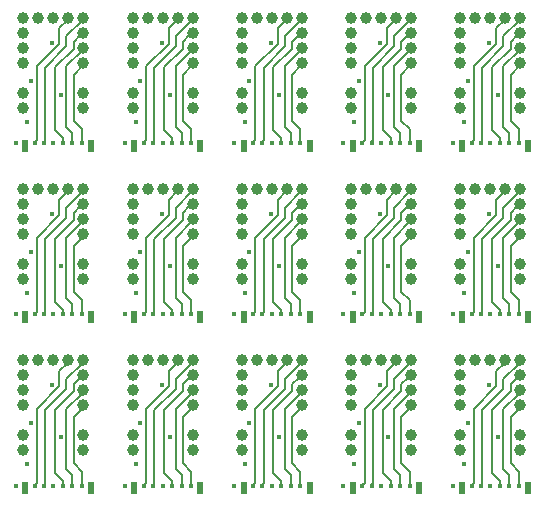
<source format=gbl>
G04*
G04 #@! TF.GenerationSoftware,Altium Limited,Altium Designer,21.5.1 (32)*
G04*
G04 Layer_Physical_Order=4*
G04 Layer_Color=16711680*
%FSLAX25Y25*%
%MOIN*%
G70*
G04*
G04 #@! TF.SameCoordinates,71E6ED38-6368-4ADE-B46C-8FBAD5B099F3*
G04*
G04*
G04 #@! TF.FilePolarity,Positive*
G04*
G01*
G75*
%ADD12R,0.02362X0.03937*%
%ADD19C,0.03937*%
%ADD20C,0.01772*%
%ADD21C,0.00787*%
D12*
X38189Y19685D02*
D03*
X16142D02*
D03*
X74606D02*
D03*
X52559D02*
D03*
X111024D02*
D03*
X88976D02*
D03*
X147441D02*
D03*
X125394D02*
D03*
X183858D02*
D03*
X161811D02*
D03*
X38189Y76772D02*
D03*
X16142D02*
D03*
X74606D02*
D03*
X52559D02*
D03*
X111024D02*
D03*
X88976D02*
D03*
X147441D02*
D03*
X125394D02*
D03*
X183858D02*
D03*
X161811D02*
D03*
X38189Y133858D02*
D03*
X16142D02*
D03*
X74606D02*
D03*
X52559D02*
D03*
X111024D02*
D03*
X88976D02*
D03*
X147441D02*
D03*
X125394D02*
D03*
X183858D02*
D03*
X161811D02*
D03*
D19*
X15590Y62244D02*
D03*
X30591D02*
D03*
X25591D02*
D03*
X20591D02*
D03*
X15590Y57244D02*
D03*
Y52244D02*
D03*
Y47244D02*
D03*
Y37244D02*
D03*
Y32244D02*
D03*
X35591D02*
D03*
Y37244D02*
D03*
Y47244D02*
D03*
Y52244D02*
D03*
Y57244D02*
D03*
Y62244D02*
D03*
X52008D02*
D03*
X67008D02*
D03*
X62008D02*
D03*
X57008D02*
D03*
X52008Y57244D02*
D03*
Y52244D02*
D03*
Y47244D02*
D03*
Y37244D02*
D03*
Y32244D02*
D03*
X72008D02*
D03*
Y37244D02*
D03*
Y47244D02*
D03*
Y52244D02*
D03*
Y57244D02*
D03*
Y62244D02*
D03*
X88425D02*
D03*
X103425D02*
D03*
X98425D02*
D03*
X93425D02*
D03*
X88425Y57244D02*
D03*
Y52244D02*
D03*
Y47244D02*
D03*
Y37244D02*
D03*
Y32244D02*
D03*
X108425D02*
D03*
Y37244D02*
D03*
Y47244D02*
D03*
Y52244D02*
D03*
Y57244D02*
D03*
Y62244D02*
D03*
X124843D02*
D03*
X139842D02*
D03*
X134843D02*
D03*
X129842D02*
D03*
X124843Y57244D02*
D03*
Y52244D02*
D03*
Y47244D02*
D03*
Y37244D02*
D03*
Y32244D02*
D03*
X144843D02*
D03*
Y37244D02*
D03*
Y47244D02*
D03*
Y52244D02*
D03*
Y57244D02*
D03*
Y62244D02*
D03*
X161260D02*
D03*
X176260D02*
D03*
X171260D02*
D03*
X166260D02*
D03*
X161260Y57244D02*
D03*
Y52244D02*
D03*
Y47244D02*
D03*
Y37244D02*
D03*
Y32244D02*
D03*
X181260D02*
D03*
Y37244D02*
D03*
Y47244D02*
D03*
Y52244D02*
D03*
Y57244D02*
D03*
Y62244D02*
D03*
X15590Y119331D02*
D03*
X30591D02*
D03*
X25591D02*
D03*
X20591D02*
D03*
X15590Y114331D02*
D03*
Y109331D02*
D03*
Y104331D02*
D03*
Y94331D02*
D03*
Y89331D02*
D03*
X35591D02*
D03*
Y94331D02*
D03*
Y104331D02*
D03*
Y109331D02*
D03*
Y114331D02*
D03*
Y119331D02*
D03*
X52008D02*
D03*
X67008D02*
D03*
X62008D02*
D03*
X57008D02*
D03*
X52008Y114331D02*
D03*
Y109331D02*
D03*
Y104331D02*
D03*
Y94331D02*
D03*
Y89331D02*
D03*
X72008D02*
D03*
Y94331D02*
D03*
Y104331D02*
D03*
Y109331D02*
D03*
Y114331D02*
D03*
Y119331D02*
D03*
X88425D02*
D03*
X103425D02*
D03*
X98425D02*
D03*
X93425D02*
D03*
X88425Y114331D02*
D03*
Y109331D02*
D03*
Y104331D02*
D03*
Y94331D02*
D03*
Y89331D02*
D03*
X108425D02*
D03*
Y94331D02*
D03*
Y104331D02*
D03*
Y109331D02*
D03*
Y114331D02*
D03*
Y119331D02*
D03*
X124843D02*
D03*
X139842D02*
D03*
X134843D02*
D03*
X129842D02*
D03*
X124843Y114331D02*
D03*
Y109331D02*
D03*
Y104331D02*
D03*
Y94331D02*
D03*
Y89331D02*
D03*
X144843D02*
D03*
Y94331D02*
D03*
Y104331D02*
D03*
Y109331D02*
D03*
Y114331D02*
D03*
Y119331D02*
D03*
X161260D02*
D03*
X176260D02*
D03*
X171260D02*
D03*
X166260D02*
D03*
X161260Y114331D02*
D03*
Y109331D02*
D03*
Y104331D02*
D03*
Y94331D02*
D03*
Y89331D02*
D03*
X181260D02*
D03*
Y94331D02*
D03*
Y104331D02*
D03*
Y109331D02*
D03*
Y114331D02*
D03*
Y119331D02*
D03*
X15590Y176417D02*
D03*
X30591D02*
D03*
X25591D02*
D03*
X20591D02*
D03*
X15590Y171417D02*
D03*
Y166417D02*
D03*
Y161417D02*
D03*
Y151417D02*
D03*
Y146417D02*
D03*
X35591D02*
D03*
Y151417D02*
D03*
Y161417D02*
D03*
Y166417D02*
D03*
Y171417D02*
D03*
Y176417D02*
D03*
X52008D02*
D03*
X67008D02*
D03*
X62008D02*
D03*
X57008D02*
D03*
X52008Y171417D02*
D03*
Y166417D02*
D03*
Y161417D02*
D03*
Y151417D02*
D03*
Y146417D02*
D03*
X72008D02*
D03*
Y151417D02*
D03*
Y161417D02*
D03*
Y166417D02*
D03*
Y171417D02*
D03*
Y176417D02*
D03*
X88425D02*
D03*
X103425D02*
D03*
X98425D02*
D03*
X93425D02*
D03*
X88425Y171417D02*
D03*
Y166417D02*
D03*
Y161417D02*
D03*
Y151417D02*
D03*
Y146417D02*
D03*
X108425D02*
D03*
Y151417D02*
D03*
Y161417D02*
D03*
Y166417D02*
D03*
Y171417D02*
D03*
Y176417D02*
D03*
X124843D02*
D03*
X139842D02*
D03*
X134843D02*
D03*
X129842D02*
D03*
X124843Y171417D02*
D03*
Y166417D02*
D03*
Y161417D02*
D03*
Y151417D02*
D03*
Y146417D02*
D03*
X144843D02*
D03*
Y151417D02*
D03*
Y161417D02*
D03*
Y166417D02*
D03*
Y171417D02*
D03*
Y176417D02*
D03*
X161260D02*
D03*
X176260D02*
D03*
X171260D02*
D03*
X166260D02*
D03*
X161260Y171417D02*
D03*
Y166417D02*
D03*
Y161417D02*
D03*
Y151417D02*
D03*
Y146417D02*
D03*
X181260D02*
D03*
Y151417D02*
D03*
Y161417D02*
D03*
Y166417D02*
D03*
Y171417D02*
D03*
Y176417D02*
D03*
D20*
X12992Y20472D02*
D03*
X25591D02*
D03*
X38189D02*
D03*
X16634Y27559D02*
D03*
X25197Y53937D02*
D03*
X27953Y36614D02*
D03*
X18110Y41339D02*
D03*
X16142Y20472D02*
D03*
X19291D02*
D03*
X22441D02*
D03*
X28740D02*
D03*
X31890D02*
D03*
X35039D02*
D03*
X49409D02*
D03*
X62008D02*
D03*
X74606D02*
D03*
X53051Y27559D02*
D03*
X61614Y53937D02*
D03*
X64370Y36614D02*
D03*
X54528Y41339D02*
D03*
X52559Y20472D02*
D03*
X55709D02*
D03*
X58858D02*
D03*
X65158D02*
D03*
X68307D02*
D03*
X71457D02*
D03*
X85827D02*
D03*
X98425D02*
D03*
X111024D02*
D03*
X89468Y27559D02*
D03*
X98032Y53937D02*
D03*
X100787Y36614D02*
D03*
X90945Y41339D02*
D03*
X88976Y20472D02*
D03*
X92126D02*
D03*
X95276D02*
D03*
X101575D02*
D03*
X104724D02*
D03*
X107874D02*
D03*
X122244D02*
D03*
X134843D02*
D03*
X147441D02*
D03*
X125886Y27559D02*
D03*
X134449Y53937D02*
D03*
X137205Y36614D02*
D03*
X127362Y41339D02*
D03*
X125394Y20472D02*
D03*
X128543D02*
D03*
X131693D02*
D03*
X137992D02*
D03*
X141142D02*
D03*
X144291D02*
D03*
X158661D02*
D03*
X171260D02*
D03*
X183858D02*
D03*
X162303Y27559D02*
D03*
X170866Y53937D02*
D03*
X173622Y36614D02*
D03*
X163779Y41339D02*
D03*
X161811Y20472D02*
D03*
X164961D02*
D03*
X168110D02*
D03*
X174409D02*
D03*
X177559D02*
D03*
X180709D02*
D03*
X12992Y77559D02*
D03*
X25591D02*
D03*
X38189D02*
D03*
X16634Y84646D02*
D03*
X25197Y111024D02*
D03*
X27953Y93701D02*
D03*
X18110Y98425D02*
D03*
X16142Y77559D02*
D03*
X19291D02*
D03*
X22441D02*
D03*
X28740D02*
D03*
X31890D02*
D03*
X35039D02*
D03*
X49409D02*
D03*
X62008D02*
D03*
X74606D02*
D03*
X53051Y84646D02*
D03*
X61614Y111024D02*
D03*
X64370Y93701D02*
D03*
X54528Y98425D02*
D03*
X52559Y77559D02*
D03*
X55709D02*
D03*
X58858D02*
D03*
X65158D02*
D03*
X68307D02*
D03*
X71457D02*
D03*
X85827D02*
D03*
X98425D02*
D03*
X111024D02*
D03*
X89468Y84646D02*
D03*
X98032Y111024D02*
D03*
X100787Y93701D02*
D03*
X90945Y98425D02*
D03*
X88976Y77559D02*
D03*
X92126D02*
D03*
X95276D02*
D03*
X101575D02*
D03*
X104724D02*
D03*
X107874D02*
D03*
X122244D02*
D03*
X134843D02*
D03*
X147441D02*
D03*
X125886Y84646D02*
D03*
X134449Y111024D02*
D03*
X137205Y93701D02*
D03*
X127362Y98425D02*
D03*
X125394Y77559D02*
D03*
X128543D02*
D03*
X131693D02*
D03*
X137992D02*
D03*
X141142D02*
D03*
X144291D02*
D03*
X158661D02*
D03*
X171260D02*
D03*
X183858D02*
D03*
X162303Y84646D02*
D03*
X170866Y111024D02*
D03*
X173622Y93701D02*
D03*
X163779Y98425D02*
D03*
X161811Y77559D02*
D03*
X164961D02*
D03*
X168110D02*
D03*
X174409D02*
D03*
X177559D02*
D03*
X180709D02*
D03*
X12992Y134646D02*
D03*
X25591D02*
D03*
X38189D02*
D03*
X16634Y141732D02*
D03*
X25197Y168110D02*
D03*
X27953Y150787D02*
D03*
X18110Y155512D02*
D03*
X16142Y134646D02*
D03*
X19291D02*
D03*
X22441D02*
D03*
X28740D02*
D03*
X31890D02*
D03*
X35039D02*
D03*
X49409D02*
D03*
X62008D02*
D03*
X74606D02*
D03*
X53051Y141732D02*
D03*
X61614Y168110D02*
D03*
X64370Y150787D02*
D03*
X54528Y155512D02*
D03*
X52559Y134646D02*
D03*
X55709D02*
D03*
X58858D02*
D03*
X65158D02*
D03*
X68307D02*
D03*
X71457D02*
D03*
X85827D02*
D03*
X98425D02*
D03*
X111024D02*
D03*
X89468Y141732D02*
D03*
X98032Y168110D02*
D03*
X100787Y150787D02*
D03*
X90945Y155512D02*
D03*
X88976Y134646D02*
D03*
X92126D02*
D03*
X95276D02*
D03*
X101575D02*
D03*
X104724D02*
D03*
X107874D02*
D03*
X122244D02*
D03*
X134843D02*
D03*
X147441D02*
D03*
X125886Y141732D02*
D03*
X134449Y168110D02*
D03*
X137205Y150787D02*
D03*
X127362Y155512D02*
D03*
X125394Y134646D02*
D03*
X128543D02*
D03*
X131693D02*
D03*
X137992D02*
D03*
X141142D02*
D03*
X144291D02*
D03*
X158661D02*
D03*
X171260D02*
D03*
X183858D02*
D03*
X162303Y141732D02*
D03*
X170866Y168110D02*
D03*
X173622Y150787D02*
D03*
X163779Y155512D02*
D03*
X161811Y134646D02*
D03*
X164961D02*
D03*
X168110D02*
D03*
X174409D02*
D03*
X177559D02*
D03*
X180709D02*
D03*
D21*
X20079Y46063D02*
X27559Y53543D01*
Y58701D02*
X30354Y61496D01*
X27559Y53543D02*
Y58701D01*
X26083Y45768D02*
X32283Y51968D01*
Y54331D02*
X34449Y56496D01*
X32283Y51968D02*
Y54331D01*
X34449Y56496D02*
X35354D01*
X28740Y20472D02*
Y22047D01*
X26083Y24705D02*
Y45768D01*
Y24705D02*
X28740Y22047D01*
X29921Y25984D02*
X31890Y24016D01*
Y20472D02*
Y24016D01*
X29921Y25984D02*
Y46063D01*
X32283Y27953D02*
Y43307D01*
Y27953D02*
X35039Y25197D01*
Y20472D02*
Y25197D01*
X35354Y46378D02*
Y46496D01*
X32283Y43307D02*
X35354Y46378D01*
X29921Y46063D02*
X35354Y51496D01*
X29921Y56063D02*
X35354Y61496D01*
X29921Y52769D02*
Y56063D01*
X22835Y45682D02*
X29921Y52769D01*
X22835Y21426D02*
Y45682D01*
X22629Y21220D02*
X22835Y21426D01*
X22629Y20661D02*
Y21220D01*
X22441Y20472D02*
X22629Y20661D01*
X20079Y21426D02*
Y46063D01*
X19291Y20638D02*
X20079Y21426D01*
X19291Y20472D02*
Y20638D01*
X56496Y46063D02*
X63976Y53543D01*
Y58701D02*
X66772Y61496D01*
X63976Y53543D02*
Y58701D01*
X62500Y45768D02*
X68701Y51968D01*
Y54331D02*
X70866Y56496D01*
X68701Y51968D02*
Y54331D01*
X70866Y56496D02*
X71772D01*
X65158Y20472D02*
Y22047D01*
X62500Y24705D02*
Y45768D01*
Y24705D02*
X65158Y22047D01*
X66339Y25984D02*
X68307Y24016D01*
Y20472D02*
Y24016D01*
X66339Y25984D02*
Y46063D01*
X68701Y27953D02*
Y43307D01*
Y27953D02*
X71457Y25197D01*
Y20472D02*
Y25197D01*
X71772Y46378D02*
Y46496D01*
X68701Y43307D02*
X71772Y46378D01*
X66339Y46063D02*
X71772Y51496D01*
X66339Y56063D02*
X71772Y61496D01*
X66339Y52769D02*
Y56063D01*
X59252Y45682D02*
X66339Y52769D01*
X59252Y21426D02*
Y45682D01*
X59047Y21220D02*
X59252Y21426D01*
X59047Y20661D02*
Y21220D01*
X58858Y20472D02*
X59047Y20661D01*
X56496Y21426D02*
Y46063D01*
X55709Y20638D02*
X56496Y21426D01*
X55709Y20472D02*
Y20638D01*
X92913Y46063D02*
X100394Y53543D01*
Y58701D02*
X103189Y61496D01*
X100394Y53543D02*
Y58701D01*
X98917Y45768D02*
X105118Y51968D01*
Y54331D02*
X107283Y56496D01*
X105118Y51968D02*
Y54331D01*
X107283Y56496D02*
X108189D01*
X101575Y20472D02*
Y22047D01*
X98917Y24705D02*
Y45768D01*
Y24705D02*
X101575Y22047D01*
X102756Y25984D02*
X104724Y24016D01*
Y20472D02*
Y24016D01*
X102756Y25984D02*
Y46063D01*
X105118Y27953D02*
Y43307D01*
Y27953D02*
X107874Y25197D01*
Y20472D02*
Y25197D01*
X108189Y46378D02*
Y46496D01*
X105118Y43307D02*
X108189Y46378D01*
X102756Y46063D02*
X108189Y51496D01*
X102756Y56063D02*
X108189Y61496D01*
X102756Y52769D02*
Y56063D01*
X95669Y45682D02*
X102756Y52769D01*
X95669Y21426D02*
Y45682D01*
X95464Y21220D02*
X95669Y21426D01*
X95464Y20661D02*
Y21220D01*
X95276Y20472D02*
X95464Y20661D01*
X92913Y21426D02*
Y46063D01*
X92126Y20638D02*
X92913Y21426D01*
X92126Y20472D02*
Y20638D01*
X129331Y46063D02*
X136811Y53543D01*
Y58701D02*
X139606Y61496D01*
X136811Y53543D02*
Y58701D01*
X135335Y45768D02*
X141535Y51968D01*
Y54331D02*
X143701Y56496D01*
X141535Y51968D02*
Y54331D01*
X143701Y56496D02*
X144606D01*
X137992Y20472D02*
Y22047D01*
X135335Y24705D02*
Y45768D01*
Y24705D02*
X137992Y22047D01*
X139173Y25984D02*
X141142Y24016D01*
Y20472D02*
Y24016D01*
X139173Y25984D02*
Y46063D01*
X141535Y27953D02*
Y43307D01*
Y27953D02*
X144291Y25197D01*
Y20472D02*
Y25197D01*
X144606Y46378D02*
Y46496D01*
X141535Y43307D02*
X144606Y46378D01*
X139173Y46063D02*
X144606Y51496D01*
X139173Y56063D02*
X144606Y61496D01*
X139173Y52769D02*
Y56063D01*
X132087Y45682D02*
X139173Y52769D01*
X132087Y21426D02*
Y45682D01*
X131881Y21220D02*
X132087Y21426D01*
X131881Y20661D02*
Y21220D01*
X131693Y20472D02*
X131881Y20661D01*
X129331Y21426D02*
Y46063D01*
X128543Y20638D02*
X129331Y21426D01*
X128543Y20472D02*
Y20638D01*
X165748Y46063D02*
X173228Y53543D01*
Y58701D02*
X176024Y61496D01*
X173228Y53543D02*
Y58701D01*
X171752Y45768D02*
X177953Y51968D01*
Y54331D02*
X180118Y56496D01*
X177953Y51968D02*
Y54331D01*
X180118Y56496D02*
X181024D01*
X174409Y20472D02*
Y22047D01*
X171752Y24705D02*
Y45768D01*
Y24705D02*
X174409Y22047D01*
X175591Y25984D02*
X177559Y24016D01*
Y20472D02*
Y24016D01*
X175591Y25984D02*
Y46063D01*
X177953Y27953D02*
Y43307D01*
Y27953D02*
X180709Y25197D01*
Y20472D02*
Y25197D01*
X181024Y46378D02*
Y46496D01*
X177953Y43307D02*
X181024Y46378D01*
X175591Y46063D02*
X181024Y51496D01*
X175591Y56063D02*
X181024Y61496D01*
X175591Y52769D02*
Y56063D01*
X168504Y45682D02*
X175591Y52769D01*
X168504Y21426D02*
Y45682D01*
X168299Y21220D02*
X168504Y21426D01*
X168299Y20661D02*
Y21220D01*
X168110Y20472D02*
X168299Y20661D01*
X165748Y21426D02*
Y46063D01*
X164961Y20638D02*
X165748Y21426D01*
X164961Y20472D02*
Y20638D01*
X20079Y103150D02*
X27559Y110630D01*
Y115787D02*
X30354Y118583D01*
X27559Y110630D02*
Y115787D01*
X26083Y102854D02*
X32283Y109055D01*
Y111417D02*
X34449Y113583D01*
X32283Y109055D02*
Y111417D01*
X34449Y113583D02*
X35354D01*
X28740Y77559D02*
Y79134D01*
X26083Y81791D02*
Y102854D01*
Y81791D02*
X28740Y79134D01*
X29921Y83071D02*
X31890Y81102D01*
Y77559D02*
Y81102D01*
X29921Y83071D02*
Y103150D01*
X32283Y85039D02*
Y100394D01*
Y85039D02*
X35039Y82284D01*
Y77559D02*
Y82284D01*
X35354Y103465D02*
Y103583D01*
X32283Y100394D02*
X35354Y103465D01*
X29921Y103150D02*
X35354Y108583D01*
X29921Y113150D02*
X35354Y118583D01*
X29921Y109855D02*
Y113150D01*
X22835Y102769D02*
X29921Y109855D01*
X22835Y78513D02*
Y102769D01*
X22629Y78307D02*
X22835Y78513D01*
X22629Y77747D02*
Y78307D01*
X22441Y77559D02*
X22629Y77747D01*
X20079Y78513D02*
Y103150D01*
X19291Y77725D02*
X20079Y78513D01*
X19291Y77559D02*
Y77725D01*
X56496Y103150D02*
X63976Y110630D01*
Y115787D02*
X66772Y118583D01*
X63976Y110630D02*
Y115787D01*
X62500Y102854D02*
X68701Y109055D01*
Y111417D02*
X70866Y113583D01*
X68701Y109055D02*
Y111417D01*
X70866Y113583D02*
X71772D01*
X65158Y77559D02*
Y79134D01*
X62500Y81791D02*
Y102854D01*
Y81791D02*
X65158Y79134D01*
X66339Y83071D02*
X68307Y81102D01*
Y77559D02*
Y81102D01*
X66339Y83071D02*
Y103150D01*
X68701Y85039D02*
Y100394D01*
Y85039D02*
X71457Y82284D01*
Y77559D02*
Y82284D01*
X71772Y103465D02*
Y103583D01*
X68701Y100394D02*
X71772Y103465D01*
X66339Y103150D02*
X71772Y108583D01*
X66339Y113150D02*
X71772Y118583D01*
X66339Y109855D02*
Y113150D01*
X59252Y102769D02*
X66339Y109855D01*
X59252Y78513D02*
Y102769D01*
X59047Y78307D02*
X59252Y78513D01*
X59047Y77747D02*
Y78307D01*
X58858Y77559D02*
X59047Y77747D01*
X56496Y78513D02*
Y103150D01*
X55709Y77725D02*
X56496Y78513D01*
X55709Y77559D02*
Y77725D01*
X92913Y103150D02*
X100394Y110630D01*
Y115787D02*
X103189Y118583D01*
X100394Y110630D02*
Y115787D01*
X98917Y102854D02*
X105118Y109055D01*
Y111417D02*
X107283Y113583D01*
X105118Y109055D02*
Y111417D01*
X107283Y113583D02*
X108189D01*
X101575Y77559D02*
Y79134D01*
X98917Y81791D02*
Y102854D01*
Y81791D02*
X101575Y79134D01*
X102756Y83071D02*
X104724Y81102D01*
Y77559D02*
Y81102D01*
X102756Y83071D02*
Y103150D01*
X105118Y85039D02*
Y100394D01*
Y85039D02*
X107874Y82284D01*
Y77559D02*
Y82284D01*
X108189Y103465D02*
Y103583D01*
X105118Y100394D02*
X108189Y103465D01*
X102756Y103150D02*
X108189Y108583D01*
X102756Y113150D02*
X108189Y118583D01*
X102756Y109855D02*
Y113150D01*
X95669Y102769D02*
X102756Y109855D01*
X95669Y78513D02*
Y102769D01*
X95464Y78307D02*
X95669Y78513D01*
X95464Y77747D02*
Y78307D01*
X95276Y77559D02*
X95464Y77747D01*
X92913Y78513D02*
Y103150D01*
X92126Y77725D02*
X92913Y78513D01*
X92126Y77559D02*
Y77725D01*
X129331Y103150D02*
X136811Y110630D01*
Y115787D02*
X139606Y118583D01*
X136811Y110630D02*
Y115787D01*
X135335Y102854D02*
X141535Y109055D01*
Y111417D02*
X143701Y113583D01*
X141535Y109055D02*
Y111417D01*
X143701Y113583D02*
X144606D01*
X137992Y77559D02*
Y79134D01*
X135335Y81791D02*
Y102854D01*
Y81791D02*
X137992Y79134D01*
X139173Y83071D02*
X141142Y81102D01*
Y77559D02*
Y81102D01*
X139173Y83071D02*
Y103150D01*
X141535Y85039D02*
Y100394D01*
Y85039D02*
X144291Y82284D01*
Y77559D02*
Y82284D01*
X144606Y103465D02*
Y103583D01*
X141535Y100394D02*
X144606Y103465D01*
X139173Y103150D02*
X144606Y108583D01*
X139173Y113150D02*
X144606Y118583D01*
X139173Y109855D02*
Y113150D01*
X132087Y102769D02*
X139173Y109855D01*
X132087Y78513D02*
Y102769D01*
X131881Y78307D02*
X132087Y78513D01*
X131881Y77747D02*
Y78307D01*
X131693Y77559D02*
X131881Y77747D01*
X129331Y78513D02*
Y103150D01*
X128543Y77725D02*
X129331Y78513D01*
X128543Y77559D02*
Y77725D01*
X165748Y103150D02*
X173228Y110630D01*
Y115787D02*
X176024Y118583D01*
X173228Y110630D02*
Y115787D01*
X171752Y102854D02*
X177953Y109055D01*
Y111417D02*
X180118Y113583D01*
X177953Y109055D02*
Y111417D01*
X180118Y113583D02*
X181024D01*
X174409Y77559D02*
Y79134D01*
X171752Y81791D02*
Y102854D01*
Y81791D02*
X174409Y79134D01*
X175591Y83071D02*
X177559Y81102D01*
Y77559D02*
Y81102D01*
X175591Y83071D02*
Y103150D01*
X177953Y85039D02*
Y100394D01*
Y85039D02*
X180709Y82284D01*
Y77559D02*
Y82284D01*
X181024Y103465D02*
Y103583D01*
X177953Y100394D02*
X181024Y103465D01*
X175591Y103150D02*
X181024Y108583D01*
X175591Y113150D02*
X181024Y118583D01*
X175591Y109855D02*
Y113150D01*
X168504Y102769D02*
X175591Y109855D01*
X168504Y78513D02*
Y102769D01*
X168299Y78307D02*
X168504Y78513D01*
X168299Y77747D02*
Y78307D01*
X168110Y77559D02*
X168299Y77747D01*
X165748Y78513D02*
Y103150D01*
X164961Y77725D02*
X165748Y78513D01*
X164961Y77559D02*
Y77725D01*
X20079Y160236D02*
X27559Y167717D01*
Y172874D02*
X30354Y175669D01*
X27559Y167717D02*
Y172874D01*
X26083Y159941D02*
X32283Y166142D01*
Y168504D02*
X34449Y170669D01*
X32283Y166142D02*
Y168504D01*
X34449Y170669D02*
X35354D01*
X28740Y134646D02*
Y136221D01*
X26083Y138878D02*
Y159941D01*
Y138878D02*
X28740Y136221D01*
X29921Y140157D02*
X31890Y138189D01*
Y134646D02*
Y138189D01*
X29921Y140157D02*
Y160236D01*
X32283Y142126D02*
Y157480D01*
Y142126D02*
X35039Y139370D01*
Y134646D02*
Y139370D01*
X35354Y160551D02*
Y160669D01*
X32283Y157480D02*
X35354Y160551D01*
X29921Y160236D02*
X35354Y165669D01*
X29921Y170236D02*
X35354Y175669D01*
X29921Y166942D02*
Y170236D01*
X22835Y159855D02*
X29921Y166942D01*
X22835Y135599D02*
Y159855D01*
X22629Y135394D02*
X22835Y135599D01*
X22629Y134834D02*
Y135394D01*
X22441Y134646D02*
X22629Y134834D01*
X20079Y135599D02*
Y160236D01*
X19291Y134812D02*
X20079Y135599D01*
X19291Y134646D02*
Y134812D01*
X56496Y160236D02*
X63976Y167717D01*
Y172874D02*
X66772Y175669D01*
X63976Y167717D02*
Y172874D01*
X62500Y159941D02*
X68701Y166142D01*
Y168504D02*
X70866Y170669D01*
X68701Y166142D02*
Y168504D01*
X70866Y170669D02*
X71772D01*
X65158Y134646D02*
Y136221D01*
X62500Y138878D02*
Y159941D01*
Y138878D02*
X65158Y136221D01*
X66339Y140157D02*
X68307Y138189D01*
Y134646D02*
Y138189D01*
X66339Y140157D02*
Y160236D01*
X68701Y142126D02*
Y157480D01*
Y142126D02*
X71457Y139370D01*
Y134646D02*
Y139370D01*
X71772Y160551D02*
Y160669D01*
X68701Y157480D02*
X71772Y160551D01*
X66339Y160236D02*
X71772Y165669D01*
X66339Y170236D02*
X71772Y175669D01*
X66339Y166942D02*
Y170236D01*
X59252Y159855D02*
X66339Y166942D01*
X59252Y135599D02*
Y159855D01*
X59047Y135394D02*
X59252Y135599D01*
X59047Y134834D02*
Y135394D01*
X58858Y134646D02*
X59047Y134834D01*
X56496Y135599D02*
Y160236D01*
X55709Y134812D02*
X56496Y135599D01*
X55709Y134646D02*
Y134812D01*
X92913Y160236D02*
X100394Y167717D01*
Y172874D02*
X103189Y175669D01*
X100394Y167717D02*
Y172874D01*
X98917Y159941D02*
X105118Y166142D01*
Y168504D02*
X107283Y170669D01*
X105118Y166142D02*
Y168504D01*
X107283Y170669D02*
X108189D01*
X101575Y134646D02*
Y136221D01*
X98917Y138878D02*
Y159941D01*
Y138878D02*
X101575Y136221D01*
X102756Y140157D02*
X104724Y138189D01*
Y134646D02*
Y138189D01*
X102756Y140157D02*
Y160236D01*
X105118Y142126D02*
Y157480D01*
Y142126D02*
X107874Y139370D01*
Y134646D02*
Y139370D01*
X108189Y160551D02*
Y160669D01*
X105118Y157480D02*
X108189Y160551D01*
X102756Y160236D02*
X108189Y165669D01*
X102756Y170236D02*
X108189Y175669D01*
X102756Y166942D02*
Y170236D01*
X95669Y159855D02*
X102756Y166942D01*
X95669Y135599D02*
Y159855D01*
X95464Y135394D02*
X95669Y135599D01*
X95464Y134834D02*
Y135394D01*
X95276Y134646D02*
X95464Y134834D01*
X92913Y135599D02*
Y160236D01*
X92126Y134812D02*
X92913Y135599D01*
X92126Y134646D02*
Y134812D01*
X129331Y160236D02*
X136811Y167717D01*
Y172874D02*
X139606Y175669D01*
X136811Y167717D02*
Y172874D01*
X135335Y159941D02*
X141535Y166142D01*
Y168504D02*
X143701Y170669D01*
X141535Y166142D02*
Y168504D01*
X143701Y170669D02*
X144606D01*
X137992Y134646D02*
Y136221D01*
X135335Y138878D02*
Y159941D01*
Y138878D02*
X137992Y136221D01*
X139173Y140157D02*
X141142Y138189D01*
Y134646D02*
Y138189D01*
X139173Y140157D02*
Y160236D01*
X141535Y142126D02*
Y157480D01*
Y142126D02*
X144291Y139370D01*
Y134646D02*
Y139370D01*
X144606Y160551D02*
Y160669D01*
X141535Y157480D02*
X144606Y160551D01*
X139173Y160236D02*
X144606Y165669D01*
X139173Y170236D02*
X144606Y175669D01*
X139173Y166942D02*
Y170236D01*
X132087Y159855D02*
X139173Y166942D01*
X132087Y135599D02*
Y159855D01*
X131881Y135394D02*
X132087Y135599D01*
X131881Y134834D02*
Y135394D01*
X131693Y134646D02*
X131881Y134834D01*
X129331Y135599D02*
Y160236D01*
X128543Y134812D02*
X129331Y135599D01*
X128543Y134646D02*
Y134812D01*
X165748Y160236D02*
X173228Y167717D01*
Y172874D02*
X176024Y175669D01*
X173228Y167717D02*
Y172874D01*
X171752Y159941D02*
X177953Y166142D01*
Y168504D02*
X180118Y170669D01*
X177953Y166142D02*
Y168504D01*
X180118Y170669D02*
X181024D01*
X174409Y134646D02*
Y136221D01*
X171752Y138878D02*
Y159941D01*
Y138878D02*
X174409Y136221D01*
X175591Y140157D02*
X177559Y138189D01*
Y134646D02*
Y138189D01*
X175591Y140157D02*
Y160236D01*
X177953Y142126D02*
Y157480D01*
Y142126D02*
X180709Y139370D01*
Y134646D02*
Y139370D01*
X181024Y160551D02*
Y160669D01*
X177953Y157480D02*
X181024Y160551D01*
X175591Y160236D02*
X181024Y165669D01*
X175591Y170236D02*
X181024Y175669D01*
X175591Y166942D02*
Y170236D01*
X168504Y159855D02*
X175591Y166942D01*
X168504Y135599D02*
Y159855D01*
X168299Y135394D02*
X168504Y135599D01*
X168299Y134834D02*
Y135394D01*
X168110Y134646D02*
X168299Y134834D01*
X165748Y135599D02*
Y160236D01*
X164961Y134812D02*
X165748Y135599D01*
X164961Y134646D02*
Y134812D01*
M02*

</source>
